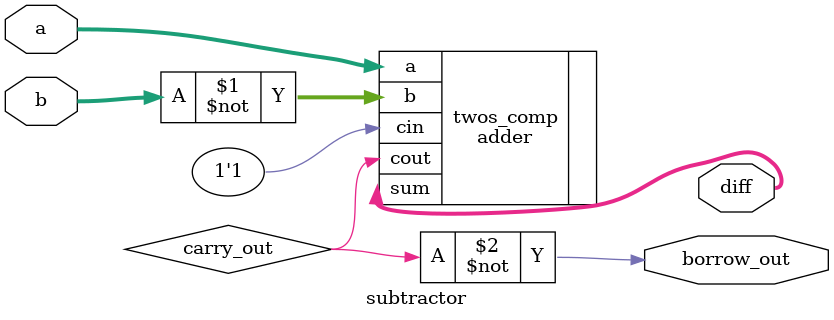
<source format=sv>
module subtractor #(
  parameter int WIDTH = 32
) (
  input  logic [WIDTH-1:0] a,
  input  logic [WIDTH-1:0] b,
  output logic [WIDTH-1:0] diff,
  output logic             borrow_out
);

  logic carry_out;

  adder #(.WIDTH(WIDTH)) twos_comp (
    .a(a),
    .b(~b),
    .cin(1'b1),
    .sum(diff),
    .cout(carry_out)
  );

  assign borrow_out = ~carry_out;

endmodule: subtractor

</source>
